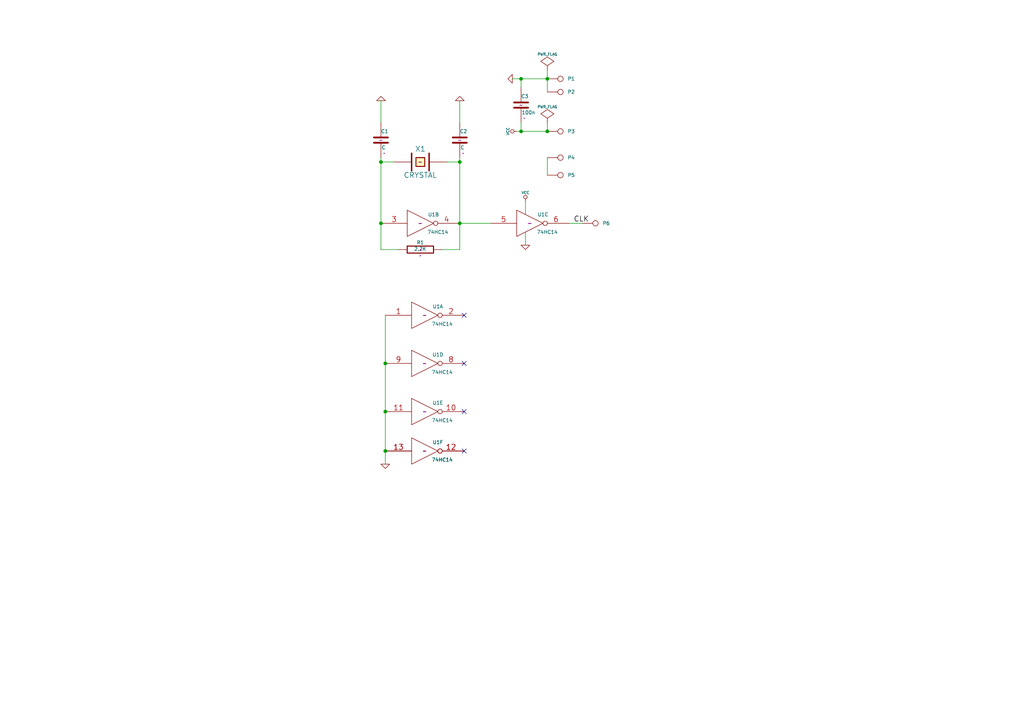
<source format=kicad_sch>
(kicad_sch (version 20211123) (generator eeschema)
  (paper "A4")
  (title_block (title "noname.sch") (date "10 apr 2014"))
  (lib_symbols
    (symbol "clk-control-main-rescue:74HC14" (pin_names (offset 0.762))
      (property "Reference" "U" (at 3.81 2.54 0))
      (property "Value" "74HC14" (at 5.08 -2.54 0))
      (symbol "74HC14_0_0"
        (polyline (pts (xy -3.81 3.81) (xy -3.81 -3.81) (xy 3.81 0) (xy -3.81 3.81)))
        (pin power_in line (at -1.27 2.54 270) (length 0) hide (name "VCC") (number "14"))
        (pin power_in line (at -1.27 -2.54 90) (length 0) hide (name "GND") (number "7"))
      )
      (symbol "74HC14_1_1"
        (pin input line (at -11.43 0 0) (length 7.62) (name "~") (number "1"))
        (pin output inverted (at 11.43 0 180) (length 7.62) (name "~") (number "2"))
      )
      (symbol "74HC14_1_2"
        (pin input inverted (at -11.43 0 0) (length 7.62) (name "~") (number "1"))
        (pin output line (at 11.43 0 180) (length 7.62) (name "~") (number "2"))
      )
      (symbol "74HC14_2_1"
        (pin input line (at -11.43 0 0) (length 7.62) (name "~") (number "3"))
        (pin output inverted (at 11.43 0 180) (length 7.62) (name "~") (number "4"))
      )
      (symbol "74HC14_2_2"
        (pin input inverted (at -11.43 0 0) (length 7.62) (name "~") (number "3"))
        (pin output line (at 11.43 0 180) (length 7.62) (name "~") (number "4"))
      )
      (symbol "74HC14_3_1"
        (pin input line (at -11.43 0 0) (length 7.62) (name "~") (number "5"))
        (pin output inverted (at 11.43 0 180) (length 7.62) (name "~") (number "6"))
      )
      (symbol "74HC14_3_2"
        (pin input inverted (at -11.43 0 0) (length 7.62) (name "~") (number "5"))
        (pin output line (at 11.43 0 180) (length 7.62) (name "~") (number "6"))
      )
      (symbol "74HC14_4_1"
        (pin output inverted (at 11.43 0 180) (length 7.62) (name "~") (number "8"))
        (pin input line (at -11.43 0 0) (length 7.62) (name "~") (number "9"))
      )
      (symbol "74HC14_4_2"
        (pin output line (at 11.43 0 180) (length 7.62) (name "~") (number "8"))
        (pin input inverted (at -11.43 0 0) (length 7.62) (name "~") (number "9"))
      )
      (symbol "74HC14_5_1"
        (pin output inverted (at 11.43 0 180) (length 7.62) (name "~") (number "10"))
        (pin input line (at -11.43 0 0) (length 7.62) (name "~") (number "11"))
      )
      (symbol "74HC14_5_2"
        (pin output line (at 11.43 0 180) (length 7.62) (name "~") (number "10"))
        (pin input inverted (at -11.43 0 0) (length 7.62) (name "~") (number "11"))
      )
      (symbol "74HC14_6_1"
        (pin output inverted (at 11.43 0 180) (length 7.62) (name "~") (number "12"))
        (pin input line (at -11.43 0 0) (length 7.62) (name "~") (number "13"))
      )
      (symbol "74HC14_6_2"
        (pin output line (at 11.43 0 180) (length 7.62) (name "~") (number "12"))
        (pin input inverted (at -11.43 0 0) (length 7.62) (name "~") (number "13"))
      )
    )
    (symbol "clk-control-main-rescue:C" (pin_numbers hide) (pin_names (offset 0.254))
      (property "Reference" "C" (at 0 2.54 0))
      (property "Value" "C" (at 0.1524 -2.159 0))
      (symbol "C_0_1"
        (polyline (pts (xy -2.032 -0.762) (xy 2.032 -0.762)) (stroke (width 0.508)))
        (polyline (pts (xy -2.032 0.762) (xy 2.032 0.762)) (stroke (width 0.508)))
      )
      (symbol "C_1_1"
        (pin passive line (at 0 5.08 270) (length 4.318) (name "~") (number "1"))
        (pin passive line (at 0 -5.08 90) (length 4.318) (name "~") (number "2"))
      )
    )
    (symbol "clk-control-main-rescue:CONN_1" (pin_numbers hide) (pin_names (offset 0.762) hide)
      (property "Reference" "P" (at 2.032 0 0))
      (symbol "CONN_1_0_1"
        (polyline (pts (xy -0.762 0) (xy -1.27 0)))
        (circle (center 0 0) (radius 0.7874))
      )
      (symbol "CONN_1_1_1"
        (pin passive line (at -3.81 0 0) (length 2.54) (name "1") (number "1"))
      )
    )
    (symbol "clk-control-main-rescue:CRYSTAL" (pin_numbers hide) (pin_names (offset 1.016) hide)
      (property "Reference" "X" (at 0 3.81 0))
      (property "Value" "CRYSTAL" (at 0 -3.81 0))
      (symbol "CRYSTAL_0_1"
        (polyline (pts (xy -2.54 2.54) (xy -2.54 -2.54)) (stroke (width 0.4064)))
        (polyline (pts (xy 2.54 2.54) (xy 2.54 -2.54)) (stroke (width 0.4064)))
        (polyline (pts (xy -1.27 1.27) (xy 1.27 1.27) (xy 1.27 -1.27) (xy -1.27 -1.27) (xy -1.27 1.27)) (stroke (width 0.3048)) (fill (type background)))
      )
      (symbol "CRYSTAL_1_1"
        (pin passive line (at -7.62 0 0) (length 5.08) (name "1") (number "1"))
        (pin passive line (at 7.62 0 180) (length 5.08) (name "2") (number "2"))
      )
    )
    (symbol "clk-control-main-rescue:GND-RESCUE-clk-control-main" (power) (pin_names (offset 0))
      (symbol "GND-RESCUE-clk-control-main_0_1"
        (polyline (pts (xy -1.27 0) (xy 0 -1.27) (xy 1.27 0) (xy -1.27 0)))
      )
      (symbol "GND-RESCUE-clk-control-main_1_1"
        (pin power_in line (at 0 0 90) (length 0) hide (name "GND") (number "1"))
      )
    )
    (symbol "clk-control-main-rescue:PWR_FLAG" (power) (pin_numbers hide) (pin_names (offset 0) hide)
      (property "Value" "PWR_FLAG" (at 0 4.572 0))
      (symbol "PWR_FLAG_0_0"
        (pin power_out line (at 0 0 90) (length 0) (name "pwr") (number "1"))
      )
      (symbol "PWR_FLAG_0_1"
        (polyline (pts (xy 0 0) (xy 0 1.27) (xy -1.905 2.54) (xy 0 3.81) (xy 1.905 2.54) (xy 0 1.27)))
      )
    )
    (symbol "clk-control-main-rescue:R" (pin_numbers hide) (pin_names (offset 0))
      (property "Reference" "R" (at 2.032 0 90))
      (property "Value" "R" (at 0.1778 0.0254 90))
      (symbol "R_0_1"
        (rectangle (start -1.016 3.81) (end 1.016 -3.81) (stroke (width 0.3048)))
      )
      (symbol "R_1_1"
        (pin passive line (at 0 6.35 270) (length 2.54) (name "~") (number "1"))
        (pin passive line (at 0 -6.35 90) (length 2.54) (name "~") (number "2"))
      )
    )
    (symbol "clk-control-main-rescue:VCC" (power) (pin_names (offset 0))
      (property "Value" "VCC" (at 0 2.54 0))
      (symbol "VCC_0_0"
        (pin power_in line (at 0 0 90) (length 0) hide (name "VCC") (number "1"))
      )
      (symbol "VCC_0_1"
        (polyline (pts (xy 0 0) (xy 0 0.762) (xy 0 0.762)))
        (circle (center 0 1.27) (radius 0.508))
      )
    )
  )
  (junction (at 151.13 38.1))
  (junction (at 110.49 64.77))
  (junction (at 111.76 119.38))
  (junction (at 133.35 64.77))
  (junction (at 158.75 38.1))
  (junction (at 133.35 46.99))
  (junction (at 110.49 46.99))
  (junction (at 151.13 22.86))
  (junction (at 111.76 105.41))
  (junction (at 111.76 130.81))
  (junction (at 158.75 22.86))
  (no_connect (at 134.62 105.41))
  (no_connect (at 134.62 130.81))
  (no_connect (at 134.62 91.44))
  (no_connect (at 134.62 119.38))
  (wire (pts (xy 114.3 46.99) (xy 110.49 46.99)))
  (wire (pts (xy 133.35 29.21) (xy 133.35 35.56)))
  (wire (pts (xy 151.13 38.1) (xy 158.75 38.1)))
  (wire (pts (xy 133.35 72.39) (xy 128.27 72.39)))
  (wire (pts (xy 110.49 46.99) (xy 110.49 64.77)))
  (wire (pts (xy 111.76 105.41) (xy 111.76 119.38)))
  (wire (pts (xy 158.75 22.86) (xy 158.75 26.67)))
  (wire (pts (xy 151.13 25.4) (xy 151.13 22.86)))
  (wire (pts (xy 165.1 64.77) (xy 168.91 64.77)))
  (wire (pts (xy 111.76 91.44) (xy 111.76 105.41)))
  (wire (pts (xy 111.76 130.81) (xy 111.76 134.62)))
  (wire (pts (xy 133.35 46.99) (xy 133.35 64.77)))
  (wire (pts (xy 152.4 71.12) (xy 152.4 67.31)))
  (wire (pts (xy 152.4 58.42) (xy 152.4 62.23)))
  (wire (pts (xy 110.49 29.21) (xy 110.49 35.56)))
  (wire (pts (xy 158.75 38.1) (xy 158.75 35.56)))
  (wire (pts (xy 151.13 35.56) (xy 151.13 38.1)))
  (wire (pts (xy 129.54 46.99) (xy 133.35 46.99)))
  (wire (pts (xy 133.35 64.77) (xy 142.24 64.77)))
  (wire (pts (xy 149.86 38.1) (xy 151.13 38.1)))
  (wire (pts (xy 133.35 45.72) (xy 133.35 46.99)))
  (wire (pts (xy 133.35 64.77) (xy 133.35 72.39)))
  (wire (pts (xy 110.49 72.39) (xy 115.57 72.39)))
  (wire (pts (xy 110.49 45.72) (xy 110.49 46.99)))
  (wire (pts (xy 158.75 20.32) (xy 158.75 22.86)))
  (wire (pts (xy 151.13 22.86) (xy 158.75 22.86)))
  (wire (pts (xy 111.76 119.38) (xy 111.76 130.81)))
  (wire (pts (xy 148.59 22.86) (xy 151.13 22.86)))
  (wire (pts (xy 110.49 64.77) (xy 110.49 72.39)))
  (wire (pts (xy 158.75 45.72) (xy 158.75 50.8)))
  (label "CLK" (at 166.37 64.77 0) (effects (font (size 1.524 1.524))))
  (symbol (lib_id "clk-control-main-rescue:74HC14") (at 121.92 64.77 0) (unit 2)
    (property "Reference" "U1" (at 125.73 62.23 0) (effects (font (size 1.016 1.016))))
    (property "Value" "74HC14" (at 127 67.31 0) (effects (font (size 1.016 1.016))))
    (property "Footprint" "~" (at 121.92 64.77 0) (effects (font (size 1.524 1.524))))
    (property "Datasheet" "~" (at 121.92 64.77 0) (effects (font (size 1.524 1.524))))
  )
  (symbol (lib_id "clk-control-main-rescue:74HC14") (at 153.67 64.77 0) (unit 3)
    (property "Reference" "U1" (at 157.48 62.23 0) (effects (font (size 1.016 1.016))))
    (property "Value" "74HC14" (at 158.75 67.31 0) (effects (font (size 1.016 1.016))))
    (property "Footprint" "~" (at 153.67 64.77 0) (effects (font (size 1.524 1.524))))
    (property "Datasheet" "~" (at 153.67 64.77 0) (effects (font (size 1.524 1.524))))
  )
  (symbol (lib_id "clk-control-main-rescue:74HC14") (at 123.19 91.44 0) (unit 1)
    (property "Reference" "U1" (at 127 88.9 0) (effects (font (size 1.016 1.016))))
    (property "Value" "74HC14" (at 128.27 93.98 0) (effects (font (size 1.016 1.016))))
    (property "Footprint" "~" (at 123.19 91.44 0) (effects (font (size 1.524 1.524))))
    (property "Datasheet" "~" (at 123.19 91.44 0) (effects (font (size 1.524 1.524))))
  )
  (symbol (lib_id "clk-control-main-rescue:74HC14") (at 123.19 105.41 0) (unit 4)
    (property "Reference" "U1" (at 127 102.87 0) (effects (font (size 1.016 1.016))))
    (property "Value" "74HC14" (at 128.27 107.95 0) (effects (font (size 1.016 1.016))))
    (property "Footprint" "~" (at 123.19 105.41 0) (effects (font (size 1.524 1.524))))
    (property "Datasheet" "~" (at 123.19 105.41 0) (effects (font (size 1.524 1.524))))
  )
  (symbol (lib_id "clk-control-main-rescue:74HC14") (at 123.19 119.38 0) (unit 5)
    (property "Reference" "U1" (at 127 116.84 0) (effects (font (size 1.016 1.016))))
    (property "Value" "74HC14" (at 128.27 121.92 0) (effects (font (size 1.016 1.016))))
    (property "Footprint" "~" (at 123.19 119.38 0) (effects (font (size 1.524 1.524))))
    (property "Datasheet" "~" (at 123.19 119.38 0) (effects (font (size 1.524 1.524))))
  )
  (symbol (lib_id "clk-control-main-rescue:74HC14") (at 123.19 130.81 0) (unit 6)
    (property "Reference" "U1" (at 127 128.27 0) (effects (font (size 1.016 1.016))))
    (property "Value" "74HC14" (at 128.27 133.35 0) (effects (font (size 1.016 1.016))))
    (property "Footprint" "~" (at 123.19 130.81 0) (effects (font (size 1.524 1.524))))
    (property "Datasheet" "~" (at 123.19 130.81 0) (effects (font (size 1.524 1.524))))
  )
  (symbol (lib_id "clk-control-main-rescue:R") (at 121.92 72.39 90) (unit 1)
    (property "Reference" "R1" (at 121.92 70.358 90) (effects (font (size 1.016 1.016))))
    (property "Value" "2.2K" (at 121.8946 72.2122 90) (effects (font (size 1.016 1.016))))
    (property "Footprint" "~" (at 121.92 74.168 90) (effects (font (size 0.762 0.762))))
    (property "Datasheet" "~" (at 121.92 72.39 0) (effects (font (size 0.762 0.762))))
  )
  (symbol (lib_id "clk-control-main-rescue:C") (at 133.35 40.64 0) (unit 1)
    (property "Reference" "C2" (at 133.35 38.1 0) (effects (font (size 1.016 1.016)) (justify left)))
    (property "Value" "C" (at 133.5024 42.799 0) (effects (font (size 1.016 1.016)) (justify left)))
    (property "Footprint" "~" (at 134.3152 44.45 0) (effects (font (size 0.762 0.762))))
    (property "Datasheet" "~" (at 133.35 40.64 0) (effects (font (size 1.524 1.524))))
  )
  (symbol (lib_id "clk-control-main-rescue:C") (at 110.49 40.64 0) (unit 1)
    (property "Reference" "C1" (at 110.49 38.1 0) (effects (font (size 1.016 1.016)) (justify left)))
    (property "Value" "C" (at 110.6424 42.799 0) (effects (font (size 1.016 1.016)) (justify left)))
    (property "Footprint" "~" (at 111.4552 44.45 0) (effects (font (size 0.762 0.762))))
    (property "Datasheet" "~" (at 110.49 40.64 0) (effects (font (size 1.524 1.524))))
  )
  (symbol (lib_id "clk-control-main-rescue:GND-RESCUE-clk-control-main") (at 133.35 29.21 180) (unit 1)
    (property "Reference" "#PWR01" (effects hide))
    (property "Value" "GND" (effects hide))
  )
  (symbol (lib_id "clk-control-main-rescue:GND-RESCUE-clk-control-main") (at 110.49 29.21 180) (unit 1)
    (property "Reference" "#PWR02" (effects hide))
    (property "Value" "GND" (effects hide))
  )
  (symbol (lib_id "clk-control-main-rescue:CONN_1") (at 162.56 22.86 0) (unit 1)
    (property "Reference" "P1" (at 164.592 22.86 0) (effects (font (size 1.016 1.016)) (justify left)))
    (property "Value" "CONN_1" (effects hide))
  )
  (symbol (lib_id "clk-control-main-rescue:CONN_1") (at 162.56 26.67 0) (unit 1)
    (property "Reference" "P2" (at 164.592 26.67 0) (effects (font (size 1.016 1.016)) (justify left)))
    (property "Value" "CONN_1" (effects hide))
  )
  (symbol (lib_id "clk-control-main-rescue:CONN_1") (at 172.72 64.77 0) (unit 1)
    (property "Reference" "P6" (at 174.752 64.77 0) (effects (font (size 1.016 1.016)) (justify left)))
    (property "Value" "CONN_1" (effects hide))
  )
  (symbol (lib_id "clk-control-main-rescue:GND-RESCUE-clk-control-main") (at 148.59 22.86 270) (unit 1)
    (property "Reference" "#PWR03" (effects hide))
    (property "Value" "GND" (effects hide))
  )
  (symbol (lib_id "clk-control-main-rescue:VCC") (at 149.86 38.1 90) (unit 1)
    (property "Reference" "#PWR04" (effects hide))
    (property "Value" "VCC" (at 147.32 38.1 0) (effects (font (size 0.762 0.762))))
  )
  (symbol (lib_id "clk-control-main-rescue:CRYSTAL") (at 121.92 46.99 0) (unit 1)
    (property "Reference" "X1" (at 121.92 43.18 0) (effects (font (size 1.524 1.524))))
    (property "Value" "CRYSTAL" (at 121.92 50.8 0) (effects (font (size 1.524 1.524))))
    (property "Footprint" "~" (at 121.92 46.99 0) (effects (font (size 1.524 1.524))))
    (property "Datasheet" "~" (at 121.92 46.99 0) (effects (font (size 1.524 1.524))))
  )
  (symbol (lib_id "clk-control-main-rescue:GND-RESCUE-clk-control-main") (at 152.4 71.12 0) (unit 1)
    (property "Reference" "#PWR05" (effects hide))
    (property "Value" "GND" (effects hide))
  )
  (symbol (lib_id "clk-control-main-rescue:VCC") (at 152.4 58.42 0) (unit 1)
    (property "Reference" "#PWR06" (effects hide))
    (property "Value" "VCC" (at 152.4 55.88 0) (effects (font (size 0.762 0.762))))
  )
  (symbol (lib_id "clk-control-main-rescue:PWR_FLAG") (at 158.75 20.32 0) (unit 1)
    (property "Reference" "#FLG07" (effects hide))
    (property "Value" "PWR_FLAG" (at 158.75 15.748 0) (effects (font (size 0.762 0.762))))
  )
  (symbol (lib_id "clk-control-main-rescue:PWR_FLAG") (at 158.75 35.56 0) (unit 1)
    (property "Reference" "#FLG08" (effects hide))
    (property "Value" "PWR_FLAG" (at 158.75 30.988 0) (effects (font (size 0.762 0.762))))
  )
  (symbol (lib_id "clk-control-main-rescue:CONN_1") (at 162.56 38.1 0) (unit 1)
    (property "Reference" "P3" (at 164.592 38.1 0) (effects (font (size 1.016 1.016)) (justify left)))
    (property "Value" "CONN_1" (effects hide))
  )
  (symbol (lib_id "clk-control-main-rescue:CONN_1") (at 162.56 45.72 0) (unit 1)
    (property "Reference" "P4" (at 164.592 45.72 0) (effects (font (size 1.016 1.016)) (justify left)))
    (property "Value" "CONN_1" (effects hide))
  )
  (symbol (lib_id "clk-control-main-rescue:CONN_1") (at 162.56 50.8 0) (unit 1)
    (property "Reference" "P5" (at 164.592 50.8 0) (effects (font (size 1.016 1.016)) (justify left)))
    (property "Value" "CONN_1" (effects hide))
  )
  (symbol (lib_id "clk-control-main-rescue:GND-RESCUE-clk-control-main") (at 111.76 134.62 0) (unit 1)
    (property "Reference" "#PWR09" (effects hide))
    (property "Value" "GND" (effects hide))
  )
  (symbol (lib_id "clk-control-main-rescue:C") (at 151.13 30.48 0) (unit 1)
    (property "Reference" "C3" (at 151.13 27.94 0) (effects (font (size 1.016 1.016)) (justify left)))
    (property "Value" "100n" (at 151.2824 32.639 0) (effects (font (size 1.016 1.016)) (justify left)))
    (property "Footprint" "~" (at 152.0952 34.29 0) (effects (font (size 0.762 0.762))))
    (property "Datasheet" "~" (at 151.13 30.48 0) (effects (font (size 1.524 1.524))))
  )
)
</source>
